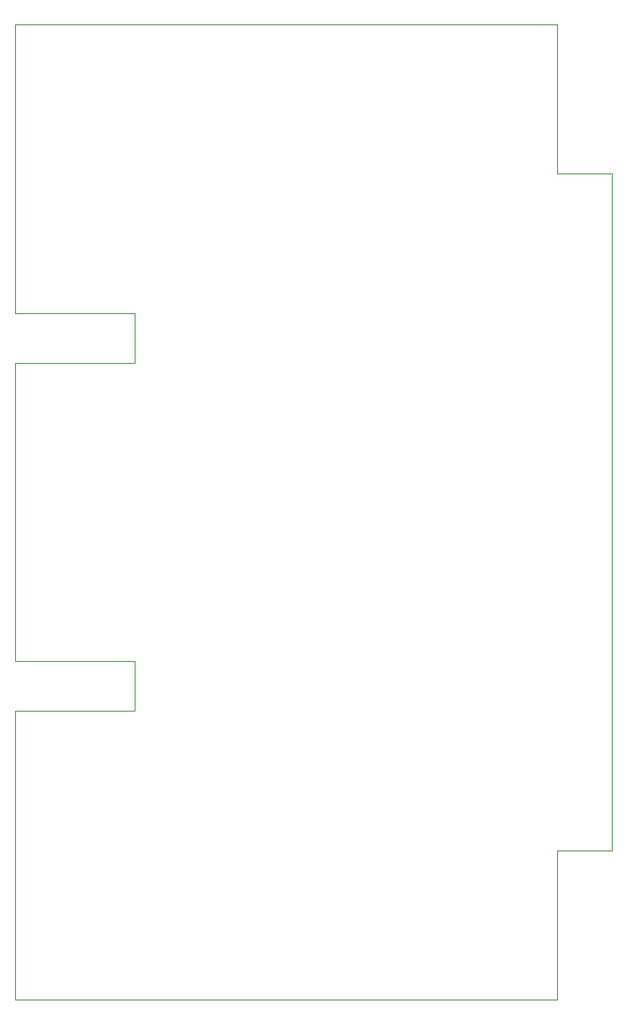
<source format=gbr>
%TF.GenerationSoftware,KiCad,Pcbnew,8.0.0*%
%TF.CreationDate,2024-10-24T21:57:35+02:00*%
%TF.ProjectId,Profiler energetyczny urz_dze_ IoT,50726f66-696c-4657-9220-656e65726765,rev?*%
%TF.SameCoordinates,Original*%
%TF.FileFunction,Profile,NP*%
%FSLAX46Y46*%
G04 Gerber Fmt 4.6, Leading zero omitted, Abs format (unit mm)*
G04 Created by KiCad (PCBNEW 8.0.0) date 2024-10-24 21:57:35*
%MOMM*%
%LPD*%
G01*
G04 APERTURE LIST*
%TA.AperFunction,Profile*%
%ADD10C,0.050000*%
%TD*%
G04 APERTURE END LIST*
D10*
X149500000Y-163250000D02*
X149500000Y-148250000D01*
X95000000Y-163250000D02*
X95000000Y-134250000D01*
X95000000Y-94250000D02*
X95000000Y-65250000D01*
X149500000Y-148250000D02*
X155000000Y-148250000D01*
X95000000Y-99250000D02*
X107000000Y-99250000D01*
X107000000Y-134250000D02*
X107000000Y-129250000D01*
X107000000Y-129250000D02*
X95000000Y-129250000D01*
X107000000Y-94250000D02*
X95000000Y-94250000D01*
X95000000Y-129250000D02*
X95000000Y-99250000D01*
X149500000Y-65250000D02*
X149500000Y-80250000D01*
X95000000Y-134250000D02*
X107000000Y-134250000D01*
X95000000Y-65250000D02*
X149500000Y-65250000D01*
X107000000Y-99250000D02*
X107000000Y-94250000D01*
X149500000Y-163250000D02*
X95000000Y-163250000D01*
X149500000Y-80250000D02*
X155000000Y-80250000D01*
X155000000Y-80250000D02*
X155000000Y-148250000D01*
M02*

</source>
